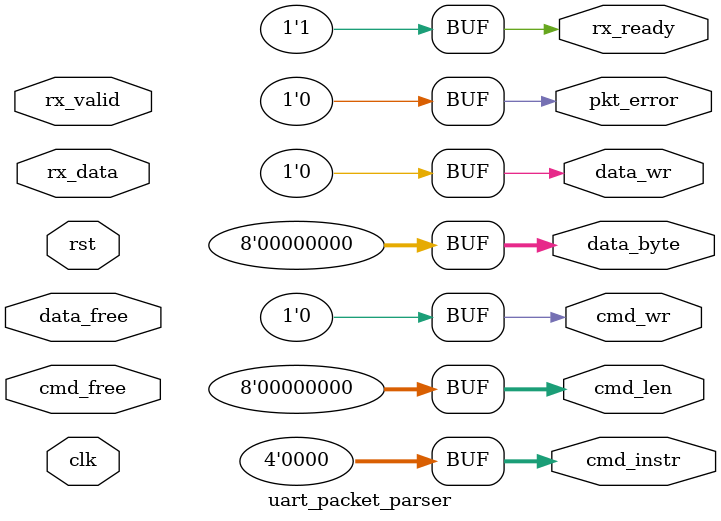
<source format=sv>

module uart_packet_parser (
    input  logic         clk,
    input  logic         rst,

    // ------ UART receive handshake (byte-level) ------
    // rx_valid: 1-cycle pulse when a byte is available from UART RX.
    // rx_ready: when low, UART RX must withhold asserting rx_valid (backpressure).
    input  logic  [7:0]  rx_data,
    input  logic         rx_valid,
    output logic         rx_ready,

    // ------ Command FIFO write interface (one descriptor per command) ------
    // cmd_wr: asserted for one cycle when a command descriptor is available.
    // cmd_instr/cmd_len: command descriptor data.
    output logic         cmd_wr,
    output logic [3:0]   cmd_instr,
    output logic [7:0]   cmd_len,
    input  logic [7:0]   cmd_free,   // number of free entries in cmd FIFO (>=1 to accept)

    // ------ Data FIFO write interface (payload bytes) ------
    // data_wr asserted for each payload byte (one cycle each)
    output logic         data_wr,
    output logic [7:0]   data_byte,
    input  logic [7:0]   data_free,  // number of free bytes available in data FIFO

    // ------ Status / error reporting (optional) ------
    output logic         pkt_error   // set if something bad happens (kept simple)
);

    // FSM states
    typedef enum logic [1:0] {
        WAIT_HEADER,      // waiting for header byte
        WAIT_FOR_SPACE,   // header consumed; waiting for enough FIFO space
        READ_PAYLOAD      // reading payload bytes from UART RX
    } state_t;

    state_t state;
    logic [3:0] curr_instr;
    logic [3:0] curr_len;          // zero-extended payload length (0..7)
    logic [3:0] bytes_remaining;   // counts down payload bytes left

    // default outputs
    always_comb begin
        rx_ready   = 1'b1;    // optimistic default: accept bytes
        cmd_wr     = 1'b0;
        cmd_instr  = 4'h0;
        cmd_len    = 8'h0;
        data_wr    = 1'b0;
        data_byte  = 8'h00;
        pkt_error  = 1'b0;
    end

    // Main sequential logic
    always_ff @(posedge clk or posedge rst) begin
        if (rst) begin
            state           <= WAIT_HEADER;
            curr_instr      <= 4'h0;
            curr_len        <= 4'h0;
            bytes_remaining <= 4'h0;
        end
        else begin
            // Default stay in current state; outputs driven in combinational block
            unique case (state)

                // ------------------------------
                // WAIT_HEADER
                // ------------------------------
                WAIT_HEADER: begin
                    // Wait for header byte to arrive from UART RX
                    if (rx_valid) begin
                        // parse header: bits[7:4] instr, bits[3:0] len
                        curr_instr <= rx_data[7:4];
                        curr_len   <= rx_data[3:0]; // zero-extend to 8 bits

                        // If payload_len is 0 -> instruction-only
                        if (rx_data[3:0] == 4'h0) begin
                            // need at least 1 slot in cmd FIFO
                            if (cmd_free >= 1) begin
                                // write cmd descriptor immediately next cycle (combinational outputs)
                                // We'll assert cmd_wr for one cycle here (synchronous)
                                cmd_instr <= rx_data[7:4];
                                cmd_len   <= 8'h0;
                                cmd_wr    <= 1'b1;  // pulse to user; combinational override will take place for one cycle
                                // stay in WAIT_HEADER to accept next packet
                                state <= WAIT_HEADER;
                            end
                            else begin
                                // no space in cmd FIFO; we must hold header until space becomes available.
                                // We transition to WAIT_FOR_SPACE to re-try when cmd_free>0.
                                state <= WAIT_FOR_SPACE;
                                // bytes_remaining remains 0
                                bytes_remaining <= 4'h0;
                            end
                        end
                        else begin
                            // payload_len > 0: we must ensure there is enough room in data_fifo AND at least one cmd slot
                            // If not enough space, go to WAIT_FOR_SPACE; else start reading payload
                            if ((data_free >= rx_data[3:0]) && (cmd_free >= 1)) begin
                                // we can start reading payload immediately
                                bytes_remaining <= rx_data[3:0]; // number of bytes to read
                                state <= READ_PAYLOAD;
                                // rx_ready remains 1 so UART RX may present next byte
                            end
                            else begin
                                // not enough space; wait until space available
                                curr_len <= rx_data[3:0];
                                bytes_remaining <= rx_data[3:0];
                                state <= WAIT_FOR_SPACE;
                            end
                        end
                    end
                    else begin
                        // no byte - remain idle
                        state <= WAIT_HEADER;
                    end
                end // WAIT_HEADER

                // ------------------------------
                // WAIT_FOR_SPACE
                // ------------------------------
                // Header already consumed and latched in curr_instr/curr_len.
                // Wait until cmd_free >= 1 AND data_free >= curr_len,
                // then either issue a zero-len cmd or go to READ_PAYLOAD.
                // ------------------------------
                WAIT_FOR_SPACE: begin
                    // If waiting for a zero-len command (curr_len==0)
                    if (curr_len == 0) begin
                        if (cmd_free >= 1) begin
                            // push cmd descriptor
                            cmd_instr <= curr_instr;
                            cmd_len   <= 8'h0;
                            cmd_wr    <= 1'b1;
                            // return to WAIT_HEADER
                            state <= WAIT_HEADER;
                        end
                        else begin
                            // continue waiting
                            state <= WAIT_FOR_SPACE;
                        end
                    end
                    else begin
                        // waiting for payload space
                        if ((cmd_free >= 1) && (data_free >= curr_len)) begin
                            // now start reading payload
                            bytes_remaining <= curr_len;
                            state <= READ_PAYLOAD;
                        end
                        else begin
                            // still not enough space; keep rx_ready low by combinational override
                            state <= WAIT_FOR_SPACE;
                        end
                    end
                end // WAIT_FOR_SPACE

                // ------------------------------
                // READ_PAYLOAD
                // ------------------------------
                // Consume payload_len bytes from UART (rx_valid pulses), push them to data FIFO,
                // when last byte consumed, emit cmd descriptor (instr + len) and go back to WAIT_HEADER.
                // ------------------------------
                READ_PAYLOAD: begin
                    if (rx_valid) begin
                        // push incoming byte into data FIFO
                        data_byte <= rx_data;
                        data_wr   <= 1'b1;

                        if (bytes_remaining > 0)
                            bytes_remaining <= bytes_remaining - 8'd1;

                        if (bytes_remaining == 8'd1) begin
                            // This was the last payload byte; now issue the command descriptor
                            // Command will be written in the same cycle as last data byte completion
                            // Note: if cmd_free became zero in the meanwhile, this would be a problem;
                            // but we ensured earlier that cmd_free >= 1 before entering READ_PAYLOAD.
                            cmd_instr <= curr_instr;
                            cmd_len   <= {4'd0, curr_len};
                            cmd_wr    <= 1'b1;

                            // done with packet
                            state <= WAIT_HEADER;
                        end
                        else begin
                            // more bytes to read
                            state <= READ_PAYLOAD;
                        end
                    end
                    else begin
                        // no byte this cycle; stay and wait
                        state <= READ_PAYLOAD;
                    end
                end // READ_PAYLOAD

                default: state <= WAIT_HEADER;
            endcase
        end
    end

    // -------------------------
    // rx_ready combinational logic
    // -------------------------
    // When in WAIT_FOR_SPACE we must prevent the UART from sending additional bytes.
    // rx_ready is held low to request UART to pause (UART RX must implement handshake).
    always_comb begin
        // default
        rx_ready = 1'b1;

        // if waiting for FIFO space, deassert ready to prevent UART RX from presenting further bytes
        if (state == WAIT_FOR_SPACE) begin
            rx_ready = 1'b0;
        end

        // Safety: if in READ_PAYLOAD we must ensure we still have space for at least one byte
        // (data_free was checked before entering READ_PAYLOAD; however re-check here)
        if (state == READ_PAYLOAD) begin
            if (data_free == 0) begin
                // This should not happen (we pre-checked), but if it does, stop accepting bytes.
                rx_ready = 1'b0;
                pkt_error = 1'b1;
            end
        end

        // Also check for cmd_free: if it is zero and we are about to finish a packet, block.
        // But we ensured cmd_free>=1 before starting.
        if ((state == READ_PAYLOAD) && (cmd_free == 0) && (bytes_remaining == 8'd1)) begin
            rx_ready = 1'b0;
            pkt_error = 1'b1;
        end
    end

endmodule

</source>
